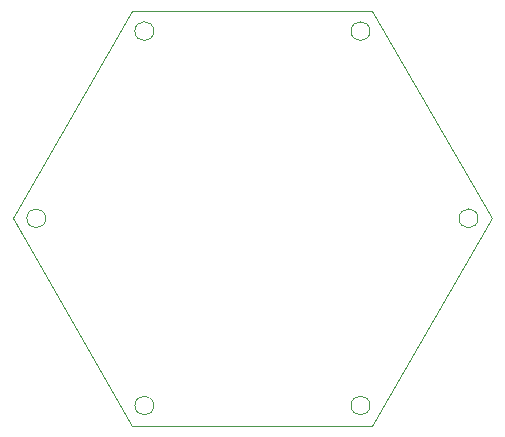
<source format=gbr>
%TF.GenerationSoftware,KiCad,Pcbnew,(6.0.8-1)-1*%
%TF.CreationDate,2022-11-30T21:44:00-05:00*%
%TF.ProjectId,Untitled,556e7469-746c-4656-942e-6b696361645f,rev?*%
%TF.SameCoordinates,Original*%
%TF.FileFunction,Profile,NP*%
%FSLAX46Y46*%
G04 Gerber Fmt 4.6, Leading zero omitted, Abs format (unit mm)*
G04 Created by KiCad (PCBNEW (6.0.8-1)-1) date 2022-11-30 21:44:00*
%MOMM*%
%LPD*%
G01*
G04 APERTURE LIST*
%TA.AperFunction,Profile*%
%ADD10C,0.100000*%
%TD*%
G04 APERTURE END LIST*
D10*
X95390000Y-73860000D02*
G75*
G03*
X95390000Y-73860000I-800000J0D01*
G01*
X86240000Y-58010000D02*
G75*
G03*
X86240000Y-58010000I-800000J0D01*
G01*
X93590000Y-40430000D02*
X83440000Y-58010000D01*
X113690000Y-73860000D02*
G75*
G03*
X113690000Y-73860000I-800000J0D01*
G01*
X113890000Y-40430000D02*
X93590000Y-40430000D01*
X93590000Y-75590000D02*
X113890000Y-75590000D01*
X83440000Y-58010000D02*
X93590000Y-75590000D01*
X124040000Y-58010000D02*
X113890000Y-75590000D01*
X122840000Y-58010000D02*
G75*
G03*
X122840000Y-58010000I-800000J0D01*
G01*
X113690000Y-42160000D02*
G75*
G03*
X113690000Y-42160000I-800000J0D01*
G01*
X95390000Y-42160000D02*
G75*
G03*
X95390000Y-42160000I-800000J0D01*
G01*
X124040000Y-58010000D02*
X113890000Y-40430000D01*
M02*

</source>
